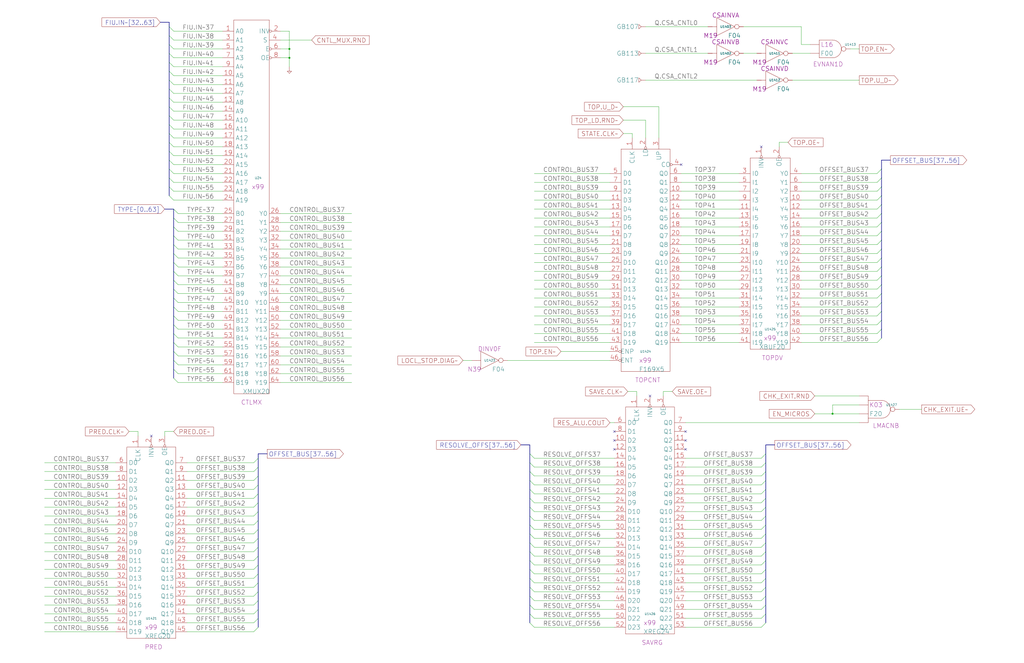
<source format=kicad_sch>
(kicad_sch (version 20230121) (generator eeschema)
  (paper "User" 584.2 378.46)
  (title_block (title "CONTROL MUX") (date "22-MAY-90") (rev "1.0") (comment 1 "SEQUENCER") (comment 2 "232-003064") (comment 3 "S400") (comment 4 "RELEASED"))
  (junction (at 474.98 236.22))
  (junction (at 165.1 33.02))
  (junction (at 165.1 27.94))
  (no_connect (at 388.62 93.98))
  (no_connect (at 370.84 226.06))
  (no_connect (at 391.16 256.54))
  (no_connect (at 391.16 246.38))
  (no_connect (at 434.34 83.82))
  (no_connect (at 391.16 251.46))
  (no_connect (at 86.36 248.92))
  (no_connect (at 350.52 251.46))
  (no_connect (at 350.52 256.54))
  (no_connect (at 350.52 246.38))
  (bus_entry (at 99.06 134.62) (size 2.54 2.54))
  (bus_entry (at 147.32 347.98) (size -2.54 2.54))
  (bus_entry (at 502.92 106.68) (size -2.54 2.54))
  (bus_entry (at 302.26 289.56) (size 2.54 2.54))
  (bus_entry (at 99.06 170.18) (size 2.54 2.54))
  (bus_entry (at 99.06 124.46) (size 2.54 2.54))
  (bus_entry (at 147.32 297.18) (size -2.54 2.54))
  (bus_entry (at 436.88 309.88) (size -2.54 2.54))
  (bus_entry (at 302.26 314.96) (size 2.54 2.54))
  (bus_entry (at 147.32 358.14) (size -2.54 2.54))
  (bus_entry (at 302.26 335.28) (size 2.54 2.54))
  (bus_entry (at 96.52 66.04) (size 2.54 2.54))
  (bus_entry (at 436.88 274.32) (size -2.54 2.54))
  (bus_entry (at 436.88 294.64) (size -2.54 2.54))
  (bus_entry (at 147.32 322.58) (size -2.54 2.54))
  (bus_entry (at 96.52 81.28) (size 2.54 2.54))
  (bus_entry (at 502.92 142.24) (size -2.54 2.54))
  (bus_entry (at 96.52 71.12) (size 2.54 2.54))
  (bus_entry (at 502.92 162.56) (size -2.54 2.54))
  (bus_entry (at 96.52 91.44) (size 2.54 2.54))
  (bus_entry (at 147.32 307.34) (size -2.54 2.54))
  (bus_entry (at 99.06 180.34) (size 2.54 2.54))
  (bus_entry (at 436.88 284.48) (size -2.54 2.54))
  (bus_entry (at 147.32 312.42) (size -2.54 2.54))
  (bus_entry (at 96.52 25.4) (size 2.54 2.54))
  (bus_entry (at 302.26 294.64) (size 2.54 2.54))
  (bus_entry (at 96.52 30.48) (size 2.54 2.54))
  (bus_entry (at 96.52 40.64) (size 2.54 2.54))
  (bus_entry (at 99.06 195.58) (size 2.54 2.54))
  (bus_entry (at 502.92 177.8) (size -2.54 2.54))
  (bus_entry (at 96.52 111.76) (size 2.54 2.54))
  (bus_entry (at 147.32 287.02) (size -2.54 2.54))
  (bus_entry (at 436.88 304.8) (size -2.54 2.54))
  (bus_entry (at 436.88 314.96) (size -2.54 2.54))
  (bus_entry (at 147.32 327.66) (size -2.54 2.54))
  (bus_entry (at 99.06 200.66) (size 2.54 2.54))
  (bus_entry (at 502.92 121.92) (size -2.54 2.54))
  (bus_entry (at 502.92 132.08) (size -2.54 2.54))
  (bus_entry (at 436.88 264.16) (size -2.54 2.54))
  (bus_entry (at 502.92 187.96) (size -2.54 2.54))
  (bus_entry (at 502.92 127) (size -2.54 2.54))
  (bus_entry (at 99.06 175.26) (size 2.54 2.54))
  (bus_entry (at 302.26 279.4) (size 2.54 2.54))
  (bus_entry (at 502.92 147.32) (size -2.54 2.54))
  (bus_entry (at 96.52 15.24) (size 2.54 2.54))
  (bus_entry (at 99.06 160.02) (size 2.54 2.54))
  (bus_entry (at 302.26 350.52) (size 2.54 2.54))
  (bus_entry (at 302.26 284.48) (size 2.54 2.54))
  (bus_entry (at 99.06 129.54) (size 2.54 2.54))
  (bus_entry (at 99.06 139.7) (size 2.54 2.54))
  (bus_entry (at 302.26 259.08) (size 2.54 2.54))
  (bus_entry (at 147.32 302.26) (size -2.54 2.54))
  (bus_entry (at 436.88 279.4) (size -2.54 2.54))
  (bus_entry (at 96.52 50.8) (size 2.54 2.54))
  (bus_entry (at 302.26 330.2) (size 2.54 2.54))
  (bus_entry (at 99.06 205.74) (size 2.54 2.54))
  (bus_entry (at 96.52 60.96) (size 2.54 2.54))
  (bus_entry (at 99.06 149.86) (size 2.54 2.54))
  (bus_entry (at 502.92 152.4) (size -2.54 2.54))
  (bus_entry (at 147.32 292.1) (size -2.54 2.54))
  (bus_entry (at 502.92 167.64) (size -2.54 2.54))
  (bus_entry (at 502.92 157.48) (size -2.54 2.54))
  (bus_entry (at 302.26 320.04) (size 2.54 2.54))
  (bus_entry (at 302.26 264.16) (size 2.54 2.54))
  (bus_entry (at 502.92 116.84) (size -2.54 2.54))
  (bus_entry (at 436.88 345.44) (size -2.54 2.54))
  (bus_entry (at 96.52 76.2) (size 2.54 2.54))
  (bus_entry (at 302.26 309.88) (size 2.54 2.54))
  (bus_entry (at 99.06 210.82) (size 2.54 2.54))
  (bus_entry (at 302.26 304.8) (size 2.54 2.54))
  (bus_entry (at 147.32 261.62) (size -2.54 2.54))
  (bus_entry (at 96.52 45.72) (size 2.54 2.54))
  (bus_entry (at 436.88 330.2) (size -2.54 2.54))
  (bus_entry (at 96.52 86.36) (size 2.54 2.54))
  (bus_entry (at 436.88 320.04) (size -2.54 2.54))
  (bus_entry (at 502.92 111.76) (size -2.54 2.54))
  (bus_entry (at 436.88 259.08) (size -2.54 2.54))
  (bus_entry (at 147.32 281.94) (size -2.54 2.54))
  (bus_entry (at 147.32 266.7) (size -2.54 2.54))
  (bus_entry (at 99.06 215.9) (size 2.54 2.54))
  (bus_entry (at 96.52 101.6) (size 2.54 2.54))
  (bus_entry (at 147.32 276.86) (size -2.54 2.54))
  (bus_entry (at 99.06 165.1) (size 2.54 2.54))
  (bus_entry (at 302.26 325.12) (size 2.54 2.54))
  (bus_entry (at 147.32 271.78) (size -2.54 2.54))
  (bus_entry (at 502.92 101.6) (size -2.54 2.54))
  (bus_entry (at 302.26 269.24) (size 2.54 2.54))
  (bus_entry (at 502.92 137.16) (size -2.54 2.54))
  (bus_entry (at 436.88 350.52) (size -2.54 2.54))
  (bus_entry (at 96.52 96.52) (size 2.54 2.54))
  (bus_entry (at 96.52 55.88) (size 2.54 2.54))
  (bus_entry (at 99.06 144.78) (size 2.54 2.54))
  (bus_entry (at 147.32 332.74) (size -2.54 2.54))
  (bus_entry (at 147.32 337.82) (size -2.54 2.54))
  (bus_entry (at 302.26 340.36) (size 2.54 2.54))
  (bus_entry (at 436.88 269.24) (size -2.54 2.54))
  (bus_entry (at 99.06 190.5) (size 2.54 2.54))
  (bus_entry (at 436.88 340.36) (size -2.54 2.54))
  (bus_entry (at 147.32 317.5) (size -2.54 2.54))
  (bus_entry (at 302.26 299.72) (size 2.54 2.54))
  (bus_entry (at 96.52 20.32) (size 2.54 2.54))
  (bus_entry (at 436.88 289.56) (size -2.54 2.54))
  (bus_entry (at 436.88 325.12) (size -2.54 2.54))
  (bus_entry (at 99.06 185.42) (size 2.54 2.54))
  (bus_entry (at 502.92 193.04) (size -2.54 2.54))
  (bus_entry (at 147.32 342.9) (size -2.54 2.54))
  (bus_entry (at 302.26 355.6) (size 2.54 2.54))
  (bus_entry (at 302.26 345.44) (size 2.54 2.54))
  (bus_entry (at 302.26 274.32) (size 2.54 2.54))
  (bus_entry (at 436.88 299.72) (size -2.54 2.54))
  (bus_entry (at 502.92 182.88) (size -2.54 2.54))
  (bus_entry (at 502.92 172.72) (size -2.54 2.54))
  (bus_entry (at 502.92 96.52) (size -2.54 2.54))
  (bus_entry (at 96.52 106.68) (size 2.54 2.54))
  (bus_entry (at 147.32 353.06) (size -2.54 2.54))
  (bus_entry (at 99.06 154.94) (size 2.54 2.54))
  (bus_entry (at 99.06 119.38) (size 2.54 2.54))
  (bus_entry (at 436.88 355.6) (size -2.54 2.54))
  (bus_entry (at 96.52 35.56) (size 2.54 2.54))
  (bus_entry (at 436.88 335.28) (size -2.54 2.54))
  (wire (pts (xy 304.8 317.5) (xy 350.52 317.5)))
  (wire (pts (xy 304.8 99.06) (xy 347.98 99.06)))
  (wire (pts (xy 304.8 342.9) (xy 350.52 342.9)))
  (bus (pts (xy 302.26 254) (xy 302.26 259.08)))
  (bus (pts (xy 436.88 294.64) (xy 436.88 299.72)))
  (wire (pts (xy 388.62 175.26) (xy 421.64 175.26)))
  (bus (pts (xy 96.52 96.52) (xy 96.52 101.6)))
  (wire (pts (xy 106.68 279.4) (xy 144.78 279.4)))
  (wire (pts (xy 25.4 335.28) (xy 66.04 335.28)))
  (wire (pts (xy 457.2 134.62) (xy 500.38 134.62)))
  (bus (pts (xy 302.26 299.72) (xy 302.26 304.8)))
  (bus (pts (xy 147.32 276.86) (xy 147.32 281.94)))
  (wire (pts (xy 360.68 76.2) (xy 360.68 78.74)))
  (wire (pts (xy 106.68 360.68) (xy 144.78 360.68)))
  (wire (pts (xy 106.68 264.16) (xy 144.78 264.16)))
  (bus (pts (xy 147.32 317.5) (xy 147.32 322.58)))
  (wire (pts (xy 452.12 45.72) (xy 490.22 45.72)))
  (bus (pts (xy 508 91.44) (xy 502.92 91.44)))
  (wire (pts (xy 388.62 114.3) (xy 421.64 114.3)))
  (wire (pts (xy 101.6 147.32) (xy 127 147.32)))
  (wire (pts (xy 200.66 152.4) (xy 160.02 152.4)))
  (bus (pts (xy 502.92 187.96) (xy 502.92 193.04)))
  (wire (pts (xy 304.8 195.58) (xy 347.98 195.58)))
  (bus (pts (xy 502.92 172.72) (xy 502.92 177.8)))
  (wire (pts (xy 200.66 137.16) (xy 160.02 137.16)))
  (wire (pts (xy 304.8 327.66) (xy 350.52 327.66)))
  (wire (pts (xy 101.6 203.2) (xy 127 203.2)))
  (bus (pts (xy 147.32 322.58) (xy 147.32 327.66)))
  (wire (pts (xy 106.68 269.24) (xy 144.78 269.24)))
  (wire (pts (xy 304.8 129.54) (xy 347.98 129.54)))
  (wire (pts (xy 200.66 162.56) (xy 160.02 162.56)))
  (bus (pts (xy 96.52 71.12) (xy 96.52 76.2)))
  (wire (pts (xy 391.16 302.26) (xy 434.34 302.26)))
  (wire (pts (xy 200.66 203.2) (xy 160.02 203.2)))
  (wire (pts (xy 101.6 157.48) (xy 127 157.48)))
  (wire (pts (xy 101.6 162.56) (xy 127 162.56)))
  (wire (pts (xy 25.4 284.48) (xy 66.04 284.48)))
  (wire (pts (xy 25.4 314.96) (xy 66.04 314.96)))
  (bus (pts (xy 96.52 76.2) (xy 96.52 81.28)))
  (wire (pts (xy 464.82 236.22) (xy 474.98 236.22)))
  (wire (pts (xy 101.6 127) (xy 127 127)))
  (wire (pts (xy 388.62 165.1) (xy 421.64 165.1)))
  (bus (pts (xy 502.92 157.48) (xy 502.92 162.56)))
  (bus (pts (xy 99.06 139.7) (xy 99.06 144.78)))
  (bus (pts (xy 147.32 327.66) (xy 147.32 332.74)))
  (bus (pts (xy 302.26 350.52) (xy 302.26 355.6)))
  (wire (pts (xy 101.6 142.24) (xy 127 142.24)))
  (wire (pts (xy 388.62 104.14) (xy 421.64 104.14)))
  (bus (pts (xy 436.88 269.24) (xy 436.88 274.32)))
  (wire (pts (xy 304.8 261.62) (xy 350.52 261.62)))
  (wire (pts (xy 25.4 350.52) (xy 66.04 350.52)))
  (wire (pts (xy 106.68 340.36) (xy 144.78 340.36)))
  (wire (pts (xy 99.06 73.66) (xy 127 73.66)))
  (bus (pts (xy 302.26 294.64) (xy 302.26 299.72)))
  (bus (pts (xy 302.26 264.16) (xy 302.26 269.24)))
  (wire (pts (xy 388.62 99.06) (xy 421.64 99.06)))
  (wire (pts (xy 304.8 180.34) (xy 347.98 180.34)))
  (wire (pts (xy 106.68 304.8) (xy 144.78 304.8)))
  (wire (pts (xy 368.3 68.58) (xy 368.3 78.74)))
  (wire (pts (xy 200.66 142.24) (xy 160.02 142.24)))
  (wire (pts (xy 474.98 231.14) (xy 474.98 236.22)))
  (wire (pts (xy 485.14 27.94) (xy 490.22 27.94)))
  (wire (pts (xy 355.6 60.96) (xy 375.92 60.96)))
  (wire (pts (xy 304.8 287.02) (xy 350.52 287.02)))
  (wire (pts (xy 200.66 172.72) (xy 160.02 172.72)))
  (wire (pts (xy 391.16 281.94) (xy 434.34 281.94)))
  (wire (pts (xy 391.16 271.78) (xy 434.34 271.78)))
  (bus (pts (xy 502.92 162.56) (xy 502.92 167.64)))
  (bus (pts (xy 502.92 111.76) (xy 502.92 116.84)))
  (wire (pts (xy 388.62 149.86) (xy 421.64 149.86)))
  (wire (pts (xy 25.4 320.04) (xy 66.04 320.04)))
  (bus (pts (xy 436.88 284.48) (xy 436.88 289.56)))
  (bus (pts (xy 502.92 142.24) (xy 502.92 147.32)))
  (bus (pts (xy 502.92 116.84) (xy 502.92 121.92)))
  (wire (pts (xy 106.68 289.56) (xy 144.78 289.56)))
  (bus (pts (xy 436.88 274.32) (xy 436.88 279.4)))
  (wire (pts (xy 304.8 134.62) (xy 347.98 134.62)))
  (wire (pts (xy 99.06 246.38) (xy 93.98 246.38)))
  (wire (pts (xy 200.66 208.28) (xy 160.02 208.28)))
  (wire (pts (xy 388.62 119.38) (xy 421.64 119.38)))
  (wire (pts (xy 101.6 182.88) (xy 127 182.88)))
  (wire (pts (xy 457.2 119.38) (xy 500.38 119.38)))
  (wire (pts (xy 200.66 167.64) (xy 160.02 167.64)))
  (bus (pts (xy 147.32 307.34) (xy 147.32 312.42)))
  (wire (pts (xy 101.6 132.08) (xy 127 132.08)))
  (wire (pts (xy 304.8 114.3) (xy 347.98 114.3)))
  (bus (pts (xy 436.88 289.56) (xy 436.88 294.64)))
  (bus (pts (xy 99.06 165.1) (xy 99.06 170.18)))
  (wire (pts (xy 106.68 284.48) (xy 144.78 284.48)))
  (wire (pts (xy 391.16 307.34) (xy 434.34 307.34)))
  (bus (pts (xy 99.06 154.94) (xy 99.06 160.02)))
  (wire (pts (xy 355.6 68.58) (xy 368.3 68.58)))
  (bus (pts (xy 96.52 101.6) (xy 96.52 106.68)))
  (wire (pts (xy 99.06 53.34) (xy 127 53.34)))
  (wire (pts (xy 99.06 68.58) (xy 127 68.58)))
  (wire (pts (xy 99.06 43.18) (xy 127 43.18)))
  (bus (pts (xy 502.92 177.8) (xy 502.92 182.88)))
  (bus (pts (xy 436.88 340.36) (xy 436.88 345.44)))
  (wire (pts (xy 391.16 322.58) (xy 434.34 322.58)))
  (wire (pts (xy 358.14 223.52) (xy 363.22 223.52)))
  (bus (pts (xy 96.52 86.36) (xy 96.52 91.44)))
  (wire (pts (xy 25.4 269.24) (xy 66.04 269.24)))
  (bus (pts (xy 436.88 259.08) (xy 436.88 264.16)))
  (wire (pts (xy 388.62 185.42) (xy 421.64 185.42)))
  (wire (pts (xy 99.06 93.98) (xy 127 93.98)))
  (bus (pts (xy 302.26 284.48) (xy 302.26 289.56)))
  (bus (pts (xy 99.06 144.78) (xy 99.06 149.86)))
  (wire (pts (xy 106.68 335.28) (xy 144.78 335.28)))
  (wire (pts (xy 304.8 124.46) (xy 347.98 124.46)))
  (bus (pts (xy 91.44 12.7) (xy 96.52 12.7)))
  (wire (pts (xy 388.62 144.78) (xy 421.64 144.78)))
  (wire (pts (xy 99.06 38.1) (xy 127 38.1)))
  (wire (pts (xy 457.2 154.94) (xy 500.38 154.94)))
  (bus (pts (xy 436.88 314.96) (xy 436.88 320.04)))
  (wire (pts (xy 304.8 185.42) (xy 347.98 185.42)))
  (wire (pts (xy 101.6 213.36) (xy 127 213.36)))
  (wire (pts (xy 106.68 345.44) (xy 144.78 345.44)))
  (bus (pts (xy 502.92 127) (xy 502.92 132.08)))
  (wire (pts (xy 200.66 147.32) (xy 160.02 147.32)))
  (wire (pts (xy 457.2 165.1) (xy 500.38 165.1)))
  (wire (pts (xy 444.5 81.28) (xy 449.58 81.28)))
  (bus (pts (xy 147.32 302.26) (xy 147.32 307.34)))
  (wire (pts (xy 347.98 241.3) (xy 350.52 241.3)))
  (wire (pts (xy 304.8 266.7) (xy 350.52 266.7)))
  (bus (pts (xy 302.26 274.32) (xy 302.26 279.4)))
  (wire (pts (xy 391.16 276.86) (xy 434.34 276.86)))
  (bus (pts (xy 99.06 160.02) (xy 99.06 165.1)))
  (wire (pts (xy 101.6 152.4) (xy 127 152.4)))
  (wire (pts (xy 391.16 353.06) (xy 434.34 353.06)))
  (bus (pts (xy 93.98 119.38) (xy 99.06 119.38)))
  (bus (pts (xy 436.88 264.16) (xy 436.88 269.24)))
  (wire (pts (xy 457.2 149.86) (xy 500.38 149.86)))
  (bus (pts (xy 302.26 345.44) (xy 302.26 350.52)))
  (bus (pts (xy 99.06 185.42) (xy 99.06 190.5)))
  (bus (pts (xy 96.52 91.44) (xy 96.52 96.52)))
  (wire (pts (xy 25.4 360.68) (xy 66.04 360.68)))
  (bus (pts (xy 99.06 175.26) (xy 99.06 180.34)))
  (wire (pts (xy 106.68 330.2) (xy 144.78 330.2)))
  (wire (pts (xy 289.56 205.74) (xy 347.98 205.74)))
  (wire (pts (xy 391.16 312.42) (xy 434.34 312.42)))
  (wire (pts (xy 391.16 261.62) (xy 434.34 261.62)))
  (wire (pts (xy 457.2 185.42) (xy 500.38 185.42)))
  (wire (pts (xy 99.06 109.22) (xy 127 109.22)))
  (bus (pts (xy 436.88 279.4) (xy 436.88 284.48)))
  (wire (pts (xy 513.08 233.68) (xy 525.78 233.68)))
  (wire (pts (xy 165.1 27.94) (xy 165.1 17.78)))
  (bus (pts (xy 96.52 60.96) (xy 96.52 66.04)))
  (bus (pts (xy 96.52 20.32) (xy 96.52 25.4)))
  (wire (pts (xy 200.66 218.44) (xy 160.02 218.44)))
  (wire (pts (xy 391.16 292.1) (xy 434.34 292.1)))
  (wire (pts (xy 25.4 274.32) (xy 66.04 274.32)))
  (bus (pts (xy 96.52 55.88) (xy 96.52 60.96)))
  (bus (pts (xy 147.32 337.82) (xy 147.32 342.9)))
  (wire (pts (xy 304.8 149.86) (xy 347.98 149.86)))
  (wire (pts (xy 368.3 45.72) (xy 431.8 45.72)))
  (wire (pts (xy 388.62 109.22) (xy 421.64 109.22)))
  (wire (pts (xy 474.98 231.14) (xy 490.22 231.14)))
  (wire (pts (xy 101.6 167.64) (xy 127 167.64)))
  (wire (pts (xy 200.66 198.12) (xy 160.02 198.12)))
  (wire (pts (xy 304.8 160.02) (xy 347.98 160.02)))
  (wire (pts (xy 106.68 355.6) (xy 144.78 355.6)))
  (wire (pts (xy 388.62 154.94) (xy 421.64 154.94)))
  (wire (pts (xy 457.2 160.02) (xy 500.38 160.02)))
  (wire (pts (xy 391.16 266.7) (xy 434.34 266.7)))
  (bus (pts (xy 96.52 50.8) (xy 96.52 55.88)))
  (bus (pts (xy 302.26 320.04) (xy 302.26 325.12)))
  (bus (pts (xy 302.26 279.4) (xy 302.26 284.48)))
  (bus (pts (xy 96.52 66.04) (xy 96.52 71.12)))
  (bus (pts (xy 302.26 259.08) (xy 302.26 264.16)))
  (wire (pts (xy 165.1 33.02) (xy 160.02 33.02)))
  (wire (pts (xy 464.82 226.06) (xy 490.22 226.06)))
  (wire (pts (xy 388.62 124.46) (xy 421.64 124.46)))
  (wire (pts (xy 363.22 223.52) (xy 363.22 226.06)))
  (bus (pts (xy 96.52 25.4) (xy 96.52 30.48)))
  (wire (pts (xy 391.16 327.66) (xy 434.34 327.66)))
  (bus (pts (xy 502.92 147.32) (xy 502.92 152.4)))
  (bus (pts (xy 147.32 259.08) (xy 147.32 261.62)))
  (wire (pts (xy 25.4 355.6) (xy 66.04 355.6)))
  (wire (pts (xy 106.68 274.32) (xy 144.78 274.32)))
  (wire (pts (xy 106.68 294.64) (xy 144.78 294.64)))
  (wire (pts (xy 101.6 193.04) (xy 127 193.04)))
  (wire (pts (xy 25.4 345.44) (xy 66.04 345.44)))
  (bus (pts (xy 436.88 345.44) (xy 436.88 350.52)))
  (wire (pts (xy 304.8 271.78) (xy 350.52 271.78)))
  (wire (pts (xy 106.68 320.04) (xy 144.78 320.04)))
  (wire (pts (xy 304.8 281.94) (xy 350.52 281.94)))
  (bus (pts (xy 147.32 287.02) (xy 147.32 292.1)))
  (bus (pts (xy 147.32 342.9) (xy 147.32 347.98)))
  (bus (pts (xy 147.32 297.18) (xy 147.32 302.26)))
  (wire (pts (xy 25.4 289.56) (xy 66.04 289.56)))
  (wire (pts (xy 106.68 309.88) (xy 144.78 309.88)))
  (wire (pts (xy 99.06 104.14) (xy 127 104.14)))
  (wire (pts (xy 457.2 129.54) (xy 500.38 129.54)))
  (wire (pts (xy 304.8 175.26) (xy 347.98 175.26)))
  (wire (pts (xy 391.16 287.02) (xy 434.34 287.02)))
  (wire (pts (xy 99.06 48.26) (xy 127 48.26)))
  (bus (pts (xy 99.06 124.46) (xy 99.06 129.54)))
  (bus (pts (xy 99.06 134.62) (xy 99.06 139.7)))
  (bus (pts (xy 96.52 35.56) (xy 96.52 40.64)))
  (wire (pts (xy 106.68 325.12) (xy 144.78 325.12)))
  (wire (pts (xy 99.06 58.42) (xy 127 58.42)))
  (wire (pts (xy 304.8 165.1) (xy 347.98 165.1)))
  (wire (pts (xy 388.62 195.58) (xy 421.64 195.58)))
  (bus (pts (xy 96.52 106.68) (xy 96.52 111.76)))
  (wire (pts (xy 388.62 160.02) (xy 421.64 160.02)))
  (bus (pts (xy 147.32 312.42) (xy 147.32 317.5)))
  (wire (pts (xy 200.66 127) (xy 160.02 127)))
  (wire (pts (xy 304.8 302.26) (xy 350.52 302.26)))
  (wire (pts (xy 457.2 170.18) (xy 500.38 170.18)))
  (wire (pts (xy 304.8 307.34) (xy 350.52 307.34)))
  (wire (pts (xy 388.62 170.18) (xy 421.64 170.18)))
  (bus (pts (xy 147.32 353.06) (xy 147.32 358.14)))
  (bus (pts (xy 302.26 330.2) (xy 302.26 335.28)))
  (wire (pts (xy 200.66 182.88) (xy 160.02 182.88)))
  (wire (pts (xy 368.3 30.48) (xy 403.86 30.48)))
  (wire (pts (xy 200.66 213.36) (xy 160.02 213.36)))
  (wire (pts (xy 160.02 22.86) (xy 177.8 22.86)))
  (wire (pts (xy 391.16 297.18) (xy 434.34 297.18)))
  (wire (pts (xy 304.8 276.86) (xy 350.52 276.86)))
  (wire (pts (xy 106.68 350.52) (xy 144.78 350.52)))
  (wire (pts (xy 25.4 330.2) (xy 66.04 330.2)))
  (wire (pts (xy 304.8 353.06) (xy 350.52 353.06)))
  (bus (pts (xy 302.26 314.96) (xy 302.26 320.04)))
  (bus (pts (xy 436.88 309.88) (xy 436.88 314.96)))
  (bus (pts (xy 302.26 304.8) (xy 302.26 309.88)))
  (wire (pts (xy 355.6 76.2) (xy 360.68 76.2)))
  (wire (pts (xy 457.2 195.58) (xy 500.38 195.58)))
  (bus (pts (xy 502.92 152.4) (xy 502.92 157.48)))
  (bus (pts (xy 96.52 12.7) (xy 96.52 15.24)))
  (wire (pts (xy 320.04 200.66) (xy 347.98 200.66)))
  (wire (pts (xy 99.06 27.94) (xy 127 27.94)))
  (bus (pts (xy 502.92 91.44) (xy 502.92 96.52)))
  (wire (pts (xy 264.16 205.74) (xy 269.24 205.74)))
  (wire (pts (xy 101.6 177.8) (xy 127 177.8)))
  (bus (pts (xy 502.92 106.68) (xy 502.92 111.76)))
  (wire (pts (xy 474.98 236.22) (xy 490.22 236.22)))
  (bus (pts (xy 302.26 289.56) (xy 302.26 294.64)))
  (wire (pts (xy 25.4 279.4) (xy 66.04 279.4)))
  (wire (pts (xy 457.2 109.22) (xy 500.38 109.22)))
  (wire (pts (xy 457.2 139.7) (xy 500.38 139.7)))
  (wire (pts (xy 388.62 190.5) (xy 421.64 190.5)))
  (wire (pts (xy 304.8 170.18) (xy 347.98 170.18)))
  (wire (pts (xy 165.1 33.02) (xy 165.1 27.94)))
  (bus (pts (xy 502.92 132.08) (xy 502.92 137.16)))
  (bus (pts (xy 99.06 170.18) (xy 99.06 175.26)))
  (wire (pts (xy 200.66 132.08) (xy 160.02 132.08)))
  (wire (pts (xy 99.06 78.74) (xy 127 78.74)))
  (wire (pts (xy 304.8 139.7) (xy 347.98 139.7)))
  (wire (pts (xy 304.8 109.22) (xy 347.98 109.22)))
  (wire (pts (xy 25.4 340.36) (xy 66.04 340.36)))
  (bus (pts (xy 96.52 45.72) (xy 96.52 50.8)))
  (wire (pts (xy 304.8 297.18) (xy 350.52 297.18)))
  (wire (pts (xy 101.6 187.96) (xy 127 187.96)))
  (wire (pts (xy 99.06 83.82) (xy 127 83.82)))
  (wire (pts (xy 457.2 25.4) (xy 462.28 25.4)))
  (bus (pts (xy 99.06 129.54) (xy 99.06 134.62)))
  (wire (pts (xy 73.66 246.38) (xy 78.74 246.38)))
  (wire (pts (xy 99.06 114.3) (xy 127 114.3)))
  (bus (pts (xy 502.92 137.16) (xy 502.92 142.24)))
  (wire (pts (xy 304.8 119.38) (xy 347.98 119.38)))
  (wire (pts (xy 99.06 63.5) (xy 127 63.5)))
  (wire (pts (xy 391.16 342.9) (xy 434.34 342.9)))
  (wire (pts (xy 388.62 129.54) (xy 421.64 129.54)))
  (wire (pts (xy 200.66 193.04) (xy 160.02 193.04)))
  (wire (pts (xy 25.4 299.72) (xy 66.04 299.72)))
  (wire (pts (xy 452.12 30.48) (xy 462.28 30.48)))
  (wire (pts (xy 457.2 144.78) (xy 500.38 144.78)))
  (wire (pts (xy 304.8 292.1) (xy 350.52 292.1)))
  (bus (pts (xy 436.88 254) (xy 436.88 259.08)))
  (wire (pts (xy 424.18 30.48) (xy 431.8 30.48)))
  (bus (pts (xy 99.06 149.86) (xy 99.06 154.94)))
  (bus (pts (xy 297.18 254) (xy 302.26 254)))
  (bus (pts (xy 99.06 180.34) (xy 99.06 185.42)))
  (bus (pts (xy 436.88 304.8) (xy 436.88 309.88)))
  (bus (pts (xy 436.88 350.52) (xy 436.88 355.6)))
  (wire (pts (xy 304.8 332.74) (xy 350.52 332.74)))
  (bus (pts (xy 302.26 340.36) (xy 302.26 345.44)))
  (wire (pts (xy 78.74 246.38) (xy 78.74 248.92)))
  (bus (pts (xy 96.52 15.24) (xy 96.52 20.32)))
  (bus (pts (xy 152.4 259.08) (xy 147.32 259.08)))
  (wire (pts (xy 457.2 15.24) (xy 457.2 25.4)))
  (wire (pts (xy 99.06 22.86) (xy 127 22.86)))
  (wire (pts (xy 25.4 325.12) (xy 66.04 325.12)))
  (bus (pts (xy 147.32 261.62) (xy 147.32 266.7)))
  (bus (pts (xy 502.92 182.88) (xy 502.92 187.96)))
  (wire (pts (xy 391.16 337.82) (xy 434.34 337.82)))
  (wire (pts (xy 101.6 121.92) (xy 127 121.92)))
  (bus (pts (xy 436.88 330.2) (xy 436.88 335.28)))
  (bus (pts (xy 96.52 30.48) (xy 96.52 35.56)))
  (wire (pts (xy 200.66 121.92) (xy 160.02 121.92)))
  (wire (pts (xy 200.66 177.8) (xy 160.02 177.8)))
  (wire (pts (xy 165.1 27.94) (xy 160.02 27.94)))
  (wire (pts (xy 304.8 144.78) (xy 347.98 144.78)))
  (wire (pts (xy 444.5 81.28) (xy 444.5 83.82)))
  (wire (pts (xy 304.8 154.94) (xy 347.98 154.94)))
  (wire (pts (xy 200.66 157.48) (xy 160.02 157.48)))
  (bus (pts (xy 96.52 81.28) (xy 96.52 86.36)))
  (wire (pts (xy 101.6 137.16) (xy 127 137.16)))
  (wire (pts (xy 388.62 139.7) (xy 421.64 139.7)))
  (bus (pts (xy 502.92 96.52) (xy 502.92 101.6)))
  (wire (pts (xy 101.6 218.44) (xy 127 218.44)))
  (wire (pts (xy 368.3 15.24) (xy 403.86 15.24)))
  (wire (pts (xy 25.4 304.8) (xy 66.04 304.8)))
  (wire (pts (xy 457.2 180.34) (xy 500.38 180.34)))
  (wire (pts (xy 391.16 332.74) (xy 434.34 332.74)))
  (wire (pts (xy 391.16 347.98) (xy 434.34 347.98)))
  (bus (pts (xy 99.06 195.58) (xy 99.06 200.66)))
  (wire (pts (xy 457.2 104.14) (xy 500.38 104.14)))
  (wire (pts (xy 101.6 172.72) (xy 127 172.72)))
  (bus (pts (xy 147.32 347.98) (xy 147.32 353.06)))
  (wire (pts (xy 391.16 241.3) (xy 490.22 241.3)))
  (bus (pts (xy 147.32 271.78) (xy 147.32 276.86)))
  (bus (pts (xy 99.06 200.66) (xy 99.06 205.74)))
  (bus (pts (xy 302.26 309.88) (xy 302.26 314.96)))
  (wire (pts (xy 391.16 358.14) (xy 434.34 358.14)))
  (wire (pts (xy 304.8 337.82) (xy 350.52 337.82)))
  (wire (pts (xy 457.2 190.5) (xy 500.38 190.5)))
  (wire (pts (xy 457.2 114.3) (xy 500.38 114.3)))
  (bus (pts (xy 436.88 320.04) (xy 436.88 325.12)))
  (bus (pts (xy 147.32 281.94) (xy 147.32 287.02)))
  (wire (pts (xy 101.6 198.12) (xy 127 198.12)))
  (bus (pts (xy 436.88 335.28) (xy 436.88 340.36)))
  (wire (pts (xy 25.4 294.64) (xy 66.04 294.64)))
  (wire (pts (xy 424.18 15.24) (xy 457.2 15.24)))
  (wire (pts (xy 391.16 317.5) (xy 434.34 317.5)))
  (wire (pts (xy 25.4 309.88) (xy 66.04 309.88)))
  (wire (pts (xy 99.06 99.06) (xy 127 99.06)))
  (wire (pts (xy 165.1 38.1) (xy 165.1 33.02)))
  (bus (pts (xy 302.26 269.24) (xy 302.26 274.32)))
  (bus (pts (xy 441.96 254) (xy 436.88 254)))
  (bus (pts (xy 147.32 332.74) (xy 147.32 337.82)))
  (wire (pts (xy 101.6 208.28) (xy 127 208.28)))
  (bus (pts (xy 502.92 121.92) (xy 502.92 127)))
  (wire (pts (xy 99.06 33.02) (xy 127 33.02)))
  (wire (pts (xy 388.62 134.62) (xy 421.64 134.62)))
  (wire (pts (xy 99.06 17.78) (xy 127 17.78)))
  (wire (pts (xy 304.8 190.5) (xy 347.98 190.5)))
  (wire (pts (xy 99.06 88.9) (xy 127 88.9)))
  (wire (pts (xy 304.8 322.58) (xy 350.52 322.58)))
  (bus (pts (xy 147.32 292.1) (xy 147.32 297.18)))
  (wire (pts (xy 200.66 187.96) (xy 160.02 187.96)))
  (wire (pts (xy 457.2 175.26) (xy 500.38 175.26)))
  (bus (pts (xy 96.52 40.64) (xy 96.52 45.72)))
  (bus (pts (xy 99.06 205.74) (xy 99.06 210.82)))
  (wire (pts (xy 106.68 299.72) (xy 144.78 299.72)))
  (wire (pts (xy 304.8 358.14) (xy 350.52 358.14)))
  (wire (pts (xy 378.46 223.52) (xy 378.46 226.06)))
  (bus (pts (xy 99.06 190.5) (xy 99.06 195.58)))
  (wire (pts (xy 165.1 17.78) (xy 160.02 17.78)))
  (wire (pts (xy 457.2 124.46) (xy 500.38 124.46)))
  (bus (pts (xy 99.06 210.82) (xy 99.06 215.9)))
  (wire (pts (xy 304.8 104.14) (xy 347.98 104.14)))
  (wire (pts (xy 375.92 60.96) (xy 375.92 78.74)))
  (wire (pts (xy 93.98 246.38) (xy 93.98 248.92)))
  (wire (pts (xy 304.8 312.42) (xy 350.52 312.42)))
  (bus (pts (xy 302.26 325.12) (xy 302.26 330.2)))
  (bus (pts (xy 502.92 101.6) (xy 502.92 106.68)))
  (bus (pts (xy 99.06 119.38) (xy 99.06 124.46)))
  (wire (pts (xy 304.8 347.98) (xy 350.52 347.98)))
  (bus (pts (xy 147.32 266.7) (xy 147.32 271.78)))
  (bus (pts (xy 436.88 325.12) (xy 436.88 330.2)))
  (bus (pts (xy 502.92 167.64) (xy 502.92 172.72)))
  (bus (pts (xy 436.88 299.72) (xy 436.88 304.8)))
  (bus (pts (xy 302.26 335.28) (xy 302.26 340.36)))
  (wire (pts (xy 457.2 99.06) (xy 500.38 99.06)))
  (wire (pts (xy 106.68 314.96) (xy 144.78 314.96)))
  (wire (pts (xy 25.4 264.16) (xy 66.04 264.16)))
  (wire (pts (xy 383.54 223.52) (xy 378.46 223.52)))
  (wire (pts (xy 388.62 180.34) (xy 421.64 180.34)))
  (label "FIU.IN~39" (at 104.14 27.94 0) (effects (font (size 2.54 2.54))))
  (label "FIU.IN~46" (at 104.14 63.5 0) (effects (font (size 2.54 2.54))))
  (label "FIU.IN~40" (at 104.14 33.02 0) (effects (font (size 2.54 2.54))))
  (label "OFFSET_BUS47" (at 111.76 314.96 0) (effects (font (size 2.54 2.54))))
  (label "CONTROL_BUS53" (at 309.88 180.34 0) (effects (font (size 2.54 2.54))))
  (label "RESOLVE_OFFS44" (at 309.88 297.18 0) (effects (font (size 2.54 2.54))))
  (label "CONTROL_BUS46" (at 30.48 309.88 0) (effects (font (size 2.54 2.54))))
  (label "OFFSET_BUS50" (at 111.76 330.2 0) (effects (font (size 2.54 2.54))))
  (label "CONTROL_BUS45" (at 309.88 139.7 0) (effects (font (size 2.54 2.54))))
  (label "OFFSET_BUS44" (at 467.36 134.62 0) (effects (font (size 2.54 2.54))))
  (label "CONTROL_BUS37" (at 30.48 264.16 0) (effects (font (size 2.54 2.54))))
  (label "CONTROL_BUS41" (at 30.48 284.48 0) (effects (font (size 2.54 2.54))))
  (label "TYPE~39" (at 106.68 132.08 0) (effects (font (size 2.54 2.54))))
  (label "OFFSET_BUS48" (at 111.76 320.04 0) (effects (font (size 2.54 2.54))))
  (label "CONTROL_BUS44" (at 30.48 299.72 0) (effects (font (size 2.54 2.54))))
  (label "CONTROL_BUS40" (at 165.1 137.16 0) (effects (font (size 2.54 2.54))))
  (label "OFFSET_BUS42" (at 111.76 289.56 0) (effects (font (size 2.54 2.54))))
  (label "Q.CSA_CNTL1" (at 373.38 30.48 0) (effects (font (size 2.54 2.54))))
  (label "OFFSET_BUS37" (at 111.76 264.16 0) (effects (font (size 2.54 2.54))))
  (label "CONTROL_BUS51" (at 309.88 170.18 0) (effects (font (size 2.54 2.54))))
  (label "CONTROL_BUS53" (at 165.1 203.2 0) (effects (font (size 2.54 2.54))))
  (label "RESOLVE_OFFS41" (at 309.88 281.94 0) (effects (font (size 2.54 2.54))))
  (label "TYPE~38" (at 106.68 127 0) (effects (font (size 2.54 2.54))))
  (label "OFFSET_BUS38" (at 111.76 269.24 0) (effects (font (size 2.54 2.54))))
  (label "OFFSET_BUS46" (at 401.32 307.34 0) (effects (font (size 2.54 2.54))))
  (label "CONTROL_BUS45" (at 165.1 162.56 0) (effects (font (size 2.54 2.54))))
  (label "OFFSET_BUS49" (at 111.76 325.12 0) (effects (font (size 2.54 2.54))))
  (label "TYPE~48" (at 106.68 177.8 0) (effects (font (size 2.54 2.54))))
  (label "CONTROL_BUS54" (at 165.1 208.28 0) (effects (font (size 2.54 2.54))))
  (label "OFFSET_BUS49" (at 401.32 322.58 0) (effects (font (size 2.54 2.54))))
  (label "OFFSET_BUS56" (at 467.36 195.58 0) (effects (font (size 2.54 2.54))))
  (label "TOP43" (at 396.24 129.54 0) (effects (font (size 2.54 2.54))))
  (label "CONTROL_BUS55" (at 30.48 355.6 0) (effects (font (size 2.54 2.54))))
  (label "TOP41" (at 396.24 119.38 0) (effects (font (size 2.54 2.54))))
  (label "OFFSET_BUS47" (at 401.32 312.42 0) (effects (font (size 2.54 2.54))))
  (label "CONTROL_BUS48" (at 30.48 320.04 0) (effects (font (size 2.54 2.54))))
  (label "RESOLVE_OFFS39" (at 309.88 271.78 0) (effects (font (size 2.54 2.54))))
  (label "CONTROL_BUS48" (at 165.1 177.8 0) (effects (font (size 2.54 2.54))))
  (label "OFFSET_BUS50" (at 467.36 165.1 0) (effects (font (size 2.54 2.54))))
  (label "CONTROL_BUS51" (at 165.1 193.04 0) (effects (font (size 2.54 2.54))))
  (label "CONTROL_BUS49" (at 30.48 325.12 0) (effects (font (size 2.54 2.54))))
  (label "OFFSET_BUS43" (at 401.32 292.1 0) (effects (font (size 2.54 2.54))))
  (label "CONTROL_BUS49" (at 309.88 160.02 0) (effects (font (size 2.54 2.54))))
  (label "TOP38" (at 396.24 104.14 0) (effects (font (size 2.54 2.54))))
  (label "CONTROL_BUS41" (at 165.1 142.24 0) (effects (font (size 2.54 2.54))))
  (label "OFFSET_BUS45" (at 467.36 139.7 0) (effects (font (size 2.54 2.54))))
  (label "FIU.IN~49" (at 104.14 78.74 0) (effects (font (size 2.54 2.54))))
  (label "RESOLVE_OFFS42" (at 309.88 287.02 0) (effects (font (size 2.54 2.54))))
  (label "TYPE~45" (at 106.68 162.56 0) (effects (font (size 2.54 2.54))))
  (label "OFFSET_BUS49" (at 467.36 160.02 0) (effects (font (size 2.54 2.54))))
  (label "OFFSET_BUS52" (at 467.36 175.26 0) (effects (font (size 2.54 2.54))))
  (label "OFFSET_BUS51" (at 111.76 335.28 0) (effects (font (size 2.54 2.54))))
  (label "CONTROL_BUS47" (at 30.48 314.96 0) (effects (font (size 2.54 2.54))))
  (label "OFFSET_BUS41" (at 401.32 281.94 0) (effects (font (size 2.54 2.54))))
  (label "OFFSET_BUS43" (at 467.36 129.54 0) (effects (font (size 2.54 2.54))))
  (label "CONTROL_BUS38" (at 309.88 104.14 0) (effects (font (size 2.54 2.54))))
  (label "CONTROL_BUS47" (at 165.1 172.72 0) (effects (font (size 2.54 2.54))))
  (label "TYPE~42" (at 106.68 147.32 0) (effects (font (size 2.54 2.54))))
  (label "FIU.IN~37" (at 104.14 17.78 0) (effects (font (size 2.54 2.54))))
  (label "CONTROL_BUS40" (at 30.48 279.4 0) (effects (font (size 2.54 2.54))))
  (label "CONTROL_BUS56" (at 165.1 218.44 0) (effects (font (size 2.54 2.54))))
  (label "CONTROL_BUS54" (at 309.88 185.42 0) (effects (font (size 2.54 2.54))))
  (label "TOP37" (at 396.24 99.06 0) (effects (font (size 2.54 2.54))))
  (label "CONTROL_BUS55" (at 165.1 213.36 0) (effects (font (size 2.54 2.54))))
  (label "CONTROL_BUS41" (at 309.88 119.38 0) (effects (font (size 2.54 2.54))))
  (label "CONTROL_BUS40" (at 309.88 114.3 0) (effects (font (size 2.54 2.54))))
  (label "OFFSET_BUS48" (at 467.36 154.94 0) (effects (font (size 2.54 2.54))))
  (label "TOP52" (at 396.24 175.26 0) (effects (font (size 2.54 2.54))))
  (label "FIU.IN~43" (at 104.14 48.26 0) (effects (font (size 2.54 2.54))))
  (label "OFFSET_BUS51" (at 401.32 332.74 0) (effects (font (size 2.54 2.54))))
  (label "OFFSET_BUS44" (at 401.32 297.18 0) (effects (font (size 2.54 2.54))))
  (label "OFFSET_BUS56" (at 401.32 358.14 0) (effects (font (size 2.54 2.54))))
  (label "OFFSET_BUS45" (at 111.76 304.8 0) (effects (font (size 2.54 2.54))))
  (label "TYPE~53" (at 106.68 203.2 0) (effects (font (size 2.54 2.54))))
  (label "TYPE~46" (at 106.68 167.64 0) (effects (font (size 2.54 2.54))))
  (label "CONTROL_BUS43" (at 309.88 129.54 0) (effects (font (size 2.54 2.54))))
  (label "TYPE~50" (at 106.68 187.96 0) (effects (font (size 2.54 2.54))))
  (label "CONTROL_BUS37" (at 165.1 121.92 0) (effects (font (size 2.54 2.54))))
  (label "TYPE~37" (at 106.68 121.92 0) (effects (font (size 2.54 2.54))))
  (label "OFFSET_BUS55" (at 401.32 353.06 0) (effects (font (size 2.54 2.54))))
  (label "CONTROL_BUS42" (at 30.48 289.56 0) (effects (font (size 2.54 2.54))))
  (label "FIU.IN~54" (at 104.14 104.14 0) (effects (font (size 2.54 2.54))))
  (label "FIU.IN~38" (at 104.14 22.86 0) (effects (font (size 2.54 2.54))))
  (label "OFFSET_BUS53" (at 467.36 180.34 0) (effects (font (size 2.54 2.54))))
  (label "FIU.IN~48" (at 104.14 73.66 0) (effects (font (size 2.54 2.54))))
  (label "OFFSET_BUS50" (at 401.32 327.66 0) (effects (font (size 2.54 2.54))))
  (label "TYPE~49" (at 106.68 182.88 0) (effects (font (size 2.54 2.54))))
  (label "TOP50" (at 396.24 165.1 0) (effects (font (size 2.54 2.54))))
  (label "CONTROL_BUS43" (at 30.48 294.64 0) (effects (font (size 2.54 2.54))))
  (label "RESOLVE_OFFS45" (at 309.88 302.26 0) (effects (font (size 2.54 2.54))))
  (label "FIU.IN~53" (at 104.14 99.06 0) (effects (font (size 2.54 2.54))))
  (label "TYPE~41" (at 106.68 142.24 0) (effects (font (size 2.54 2.54))))
  (label "RESOLVE_OFFS54" (at 309.88 347.98 0) (effects (font (size 2.54 2.54))))
  (label "RESOLVE_OFFS49" (at 309.88 322.58 0) (effects (font (size 2.54 2.54))))
  (label "RESOLVE_OFFS38" (at 309.88 266.7 0) (effects (font (size 2.54 2.54))))
  (label "RESOLVE_OFFS55" (at 309.88 353.06 0) (effects (font (size 2.54 2.54))))
  (label "RESOLVE_OFFS56" (at 309.88 358.14 0) (effects (font (size 2.54 2.54))))
  (label "OFFSET_BUS48" (at 401.32 317.5 0) (effects (font (size 2.54 2.54))))
  (label "OFFSET_BUS40" (at 401.32 276.86 0) (effects (font (size 2.54 2.54))))
  (label "TOP45" (at 396.24 139.7 0) (effects (font (size 2.54 2.54))))
  (label "FIU.IN~52" (at 104.14 93.98 0) (effects (font (size 2.54 2.54))))
  (label "OFFSET_BUS54" (at 401.32 347.98 0) (effects (font (size 2.54 2.54))))
  (label "CONTROL_BUS48" (at 309.88 154.94 0) (effects (font (size 2.54 2.54))))
  (label "RESOLVE_OFFS37" (at 309.88 261.62 0) (effects (font (size 2.54 2.54))))
  (label "OFFSET_BUS46" (at 111.76 309.88 0) (effects (font (size 2.54 2.54))))
  (label "OFFSET_BUS38" (at 467.36 104.14 0) (effects (font (size 2.54 2.54))))
  (label "OFFSET_BUS52" (at 111.76 340.36 0) (effects (font (size 2.54 2.54))))
  (label "OFFSET_BUS55" (at 467.36 190.5 0) (effects (font (size 2.54 2.54))))
  (label "TYPE~43" (at 106.68 152.4 0) (effects (font (size 2.54 2.54))))
  (label "CONTROL_BUS50" (at 165.1 187.96 0) (effects (font (size 2.54 2.54))))
  (label "OFFSET_BUS55" (at 111.76 355.6 0) (effects (font (size 2.54 2.54))))
  (label "RESOLVE_OFFS53" (at 309.88 342.9 0) (effects (font (size 2.54 2.54))))
  (label "FIU.IN~41" (at 104.14 38.1 0) (effects (font (size 2.54 2.54))))
  (label "TYPE~55" (at 106.68 213.36 0) (effects (font (size 2.54 2.54))))
  (label "FIU.IN~51" (at 104.14 88.9 0) (effects (font (size 2.54 2.54))))
  (label "CONTROL_BUS45" (at 30.48 304.8 0) (effects (font (size 2.54 2.54))))
  (label "OFFSET_BUS54" (at 467.36 185.42 0) (effects (font (size 2.54 2.54))))
  (label "OFFSET_BUS56" (at 111.76 360.68 0) (effects (font (size 2.54 2.54))))
  (label "RESOLVE_OFFS46" (at 309.88 307.34 0) (effects (font (size 2.54 2.54))))
  (label "CONTROL_BUS52" (at 309.88 175.26 0) (effects (font (size 2.54 2.54))))
  (label "OFFSET_BUS46" (at 467.36 144.78 0) (effects (font (size 2.54 2.54))))
  (label "CONTROL_BUS39" (at 309.88 109.22 0) (effects (font (size 2.54 2.54))))
  (label "TOP42" (at 396.24 124.46 0) (effects (font (size 2.54 2.54))))
  (label "CONTROL_BUS46" (at 165.1 167.64 0) (effects (font (size 2.54 2.54))))
  (label "CONTROL_BUS52" (at 30.48 340.36 0) (effects (font (size 2.54 2.54))))
  (label "OFFSET_BUS41" (at 111.76 284.48 0) (effects (font (size 2.54 2.54))))
  (label "FIU.IN~50" (at 104.14 83.82 0) (effects (font (size 2.54 2.54))))
  (label "TOP46" (at 396.24 144.78 0) (effects (font (size 2.54 2.54))))
  (label "CONTROL_BUS42" (at 309.88 124.46 0) (effects (font (size 2.54 2.54))))
  (label "CONTROL_BUS54" (at 30.48 350.52 0) (effects (font (size 2.54 2.54))))
  (label "TOP54" (at 396.24 185.42 0) (effects (font (size 2.54 2.54))))
  (label "CONTROL_BUS47" (at 309.88 149.86 0) (effects (font (size 2.54 2.54))))
  (label "OFFSET_BUS39" (at 467.36 109.22 0) (effects (font (size 2.54 2.54))))
  (label "TYPE~47" (at 106.68 172.72 0) (effects (font (size 2.54 2.54))))
  (label "CONTROL_BUS39" (at 30.48 274.32 0) (effects (font (size 2.54 2.54))))
  (label "CONTROL_BUS42" (at 165.1 147.32 0) (effects (font (size 2.54 2.54))))
  (label "CONTROL_BUS38" (at 165.1 127 0) (effects (font (size 2.54 2.54))))
  (label "Q.CSA_CNTL0" (at 373.38 15.24 0) (effects (font (size 2.54 2.54))))
  (label "RESOLVE_OFFS48" (at 309.88 317.5 0) (effects (font (size 2.54 2.54))))
  (label "Q.CSA_CNTL2" (at 373.38 45.72 0) (effects (font (size 2.54 2.54))))
  (label "CONTROL_BUS52" (at 165.1 198.12 0) (effects (font (size 2.54 2.54))))
  (label "CONTROL_BUS43" (at 165.1 152.4 0) (effects (font (size 2.54 2.54))))
  (label "RESOLVE_OFFS52" (at 309.88 337.82 0) (effects (font (size 2.54 2.54))))
  (label "OFFSET_BUS41" (at 467.36 119.38 0) (effects (font (size 2.54 2.54))))
  (label "CONTROL_BUS44" (at 165.1 157.48 0) (effects (font (size 2.54 2.54))))
  (label "OFFSET_BUS47" (at 467.36 149.86 0) (effects (font (size 2.54 2.54))))
  (label "CONTROL_BUS53" (at 30.48 345.44 0) (effects (font (size 2.54 2.54))))
  (label "OFFSET_BUS43" (at 111.76 294.64 0) (effects (font (size 2.54 2.54))))
  (label "TYPE~52" (at 106.68 198.12 0) (effects (font (size 2.54 2.54))))
  (label "RESOLVE_OFFS47" (at 309.88 312.42 0) (effects (font (size 2.54 2.54))))
  (label "OFFSET_BUS40" (at 111.76 279.4 0) (effects (font (size 2.54 2.54))))
  (label "TOP56" (at 396.24 195.58 0) (effects (font (size 2.54 2.54))))
  (label "CONTROL_BUS51" (at 30.48 335.28 0) (effects (font (size 2.54 2.54))))
  (label "FIU.IN~47" (at 104.14 68.58 0) (effects (font (size 2.54 2.54))))
  (label "OFFSET_BUS39" (at 401.32 271.78 0) (effects (font (size 2.54 2.54))))
  (label "CONTROL_BUS38" (at 30.48 269.24 0) (effects (font (size 2.54 2.54))))
  (label "OFFSET_BUS42" (at 467.36 124.46 0) (effects (font (size 2.54 2.54))))
  (label "TOP51" (at 396.24 170.18 0) (effects (font (size 2.54 2.54))))
  (label "OFFSET_BUS39" (at 111.76 274.32 0) (effects (font (size 2.54 2.54))))
  (label "OFFSET_BUS38" (at 401.32 266.7 0) (effects (font (size 2.54 2.54))))
  (label "OFFSET_BUS42" (at 401.32 287.02 0) (effects (font (size 2.54 2.54))))
  (label "FIU.IN~42" (at 104.14 43.18 0) (effects (font (size 2.54 2.54))))
  (label "TYPE~51" (at 106.68 193.04 0) (effects (font (size 2.54 2.54))))
  (label "TOP44" (at 396.24 134.62 0) (effects (font (size 2.54 2.54))))
  (label "RESOLVE_OFFS43" (at 309.88 292.1 0) (effects (font (size 2.54 2.54))))
  (label "TYPE~54" (at 106.68 208.28 0) (effects (font (size 2.54 2.54))))
  (label "CONTROL_BUS37" (at 309.88 99.06 0) (effects (font (size 2.54 2.54))))
  (label "FIU.IN~56" (at 104.14 114.3 0) (effects (font (size 2.54 2.54))))
  (label "FIU.IN~45" (at 104.14 58.42 0) (effects (font (size 2.54 2.54))))
  (label "OFFSET_BUS37" (at 467.36 99.06 0) (effects (font (size 2.54 2.54))))
  (label "TOP53" (at 396.24 180.34 0) (effects (font (size 2.54 2.54))))
  (label "CONTROL_BUS50" (at 309.88 165.1 0) (effects (font (size 2.54 2.54))))
  (label "TOP55" (at 396.24 190.5 0) (effects (font (size 2.54 2.54))))
  (label "OFFSET_BUS44" (at 111.76 299.72 0) (effects (font (size 2.54 2.54))))
  (label "TOP48" (at 396.24 154.94 0) (effects (font (size 2.54 2.54))))
  (label "OFFSET_BUS37" (at 401.32 261.62 0) (effects (font (size 2.54 2.54))))
  (label "CONTROL_BUS56" (at 30.48 360.68 0) (effects (font (size 2.54 2.54))))
  (label "TOP40" (at 396.24 114.3 0) (effects (font (size 2.54 2.54))))
  (label "TOP39" (at 396.24 109.22 0) (effects (font (size 2.54 2.54))))
  (label "CONTROL_BUS50" (at 30.48 330.2 0) (effects (font (size 2.54 2.54))))
  (label "CONTROL_BUS46" (at 309.88 144.78 0) (effects (font (size 2.54 2.54))))
  (label "RESOLVE_OFFS51" (at 309.88 332.74 0) (effects (font (size 2.54 2.54))))
  (label "FIU.IN~44" (at 104.14 53.34 0) (effects (font (size 2.54 2.54))))
  (label "OFFSET_BUS40" (at 467.36 114.3 0) (effects (font (size 2.54 2.54))))
  (label "RESOLVE_OFFS40" (at 309.88 276.86 0) (effects (font (size 2.54 2.54))))
  (label "TYPE~44" (at 106.68 157.48 0) (effects (font (size 2.54 2.54))))
  (label "OFFSET_BUS52" (at 401.32 337.82 0) (effects (font (size 2.54 2.54))))
  (label "TOP47" (at 396.24 149.86 0) (effects (font (size 2.54 2.54))))
  (label "OFFSET_BUS53" (at 401.32 342.9 0) (effects (font (size 2.54 2.54))))
  (label "OFFSET_BUS45" (at 401.32 302.26 0) (effects (font (size 2.54 2.54))))
  (label "TOP49" (at 396.24 160.02 0) (effects (font (size 2.54 2.54))))
  (label "OFFSET_BUS53" (at 111.76 345.44 0) (effects (font (size 2.54 2.54))))
  (label "CONTROL_BUS39" (at 165.1 132.08 0) (effects (font (size 2.54 2.54))))
  (label "CONTROL_BUS44" (at 309.88 134.62 0) (effects (font (size 2.54 2.54))))
  (label "TYPE~56" (at 106.68 218.44 0) (effects (font (size 2.54 2.54))))
  (label "FIU.IN~55" (at 104.14 109.22 0) (effects (font (size 2.54 2.54))))
  (label "CONTROL_BUS55" (at 309.88 190.5 0) (effects (font (size 2.54 2.54))))
  (label "CONTROL_BUS56" (at 309.88 195.58 0) (effects (font (size 2.54 2.54))))
  (label "CONTROL_BUS49" (at 165.1 182.88 0) (effects (font (size 2.54 2.54))))
  (label "RESOLVE_OFFS50" (at 309.88 327.66 0) (effects (font (size 2.54 2.54))))
  (label "OFFSET_BUS51" (at 467.36 170.18 0) (effects (font (size 2.54 2.54))))
  (label "TYPE~40" (at 106.68 137.16 0) (effects (font (size 2.54 2.54))))
  (label "OFFSET_BUS54" (at 111.76 350.52 0) (effects (font (size 2.54 2.54))))
  (global_label "TOP.OE~" (shape input) (at 449.58 81.28 0) (effects (font (size 2.54 2.54))) (property "Intersheetrefs" "${INTERSHEET_REFS}" (at 469.525 81.1213 0) (effects (font (size 1.905 1.905)) (justify left))))
  (global_label "LOCL_STOP.DIAG~" (shape input) (at 264.16 205.74 180) (effects (font (size 2.54 2.54))) (property "Intersheetrefs" "${INTERSHEET_REFS}" (at 227.0397 205.5813 0) (effects (font (size 1.905 1.905)) (justify right))))
  (global_label "FIU.IN~[32..63]" (shape input) (at 91.44 12.7 180) (effects (font (size 2.54 2.54))) (property "Intersheetrefs" "${INTERSHEET_REFS}" (at 57.3331 12.7 0) (effects (font (size 1.905 1.905)) (justify right))))
  (global_label "SAVE.OE~" (shape input) (at 383.54 223.52 0) (effects (font (size 2.54 2.54))) (property "Intersheetrefs" "${INTERSHEET_REFS}" (at 405.4203 223.3613 0) (effects (font (size 1.905 1.905)) (justify left))))
  (global_label "RES_ALU.COUT" (shape input) (at 347.98 241.3 180) (effects (font (size 2.54 2.54))) (property "Intersheetrefs" "${INTERSHEET_REFS}" (at 316.0607 241.1413 0) (effects (font (size 1.905 1.905)) (justify right))))
  (global_label "CHK_EXIT.UE~" (shape output) (at 525.78 233.68 0) (effects (font (size 2.54 2.54))) (property "Intersheetrefs" "${INTERSHEET_REFS}" (at 556.127 233.5213 0) (effects (font (size 1.905 1.905)) (justify left))))
  (global_label "OFFSET_BUS[37..56]" (shape output) (at 441.96 254 0) (effects (font (size 2.54 2.54))) (property "Intersheetrefs" "${INTERSHEET_REFS}" (at 485.4908 253.8413 0) (effects (font (size 1.905 1.905)) (justify left))))
  (global_label "EN_MICROS" (shape input) (at 464.82 236.22 180) (effects (font (size 2.54 2.54))) (property "Intersheetrefs" "${INTERSHEET_REFS}" (at 438.8273 236.0613 0) (effects (font (size 1.905 1.905)) (justify right))))
  (global_label "TYPE~[0..63]" (shape input) (at 93.98 119.38 180) (effects (font (size 2.54 2.54))) (property "Intersheetrefs" "${INTERSHEET_REFS}" (at 64.4693 119.38 0) (effects (font (size 1.905 1.905)) (justify right))))
  (global_label "TOP.EN~" (shape input) (at 320.04 200.66 180) (effects (font (size 2.54 2.54))) (property "Intersheetrefs" "${INTERSHEET_REFS}" (at 300.095 200.5013 0) (effects (font (size 1.905 1.905)) (justify right))))
  (global_label "OFFSET_BUS[37..56]" (shape output) (at 508 91.44 0) (effects (font (size 2.54 2.54))) (property "Intersheetrefs" "${INTERSHEET_REFS}" (at 551.5308 91.2813 0) (effects (font (size 1.905 1.905)) (justify left))))
  (global_label "TOP.U_D~" (shape output) (at 490.22 45.72 0) (effects (font (size 2.54 2.54))) (property "Intersheetrefs" "${INTERSHEET_REFS}" (at 512.3422 45.5613 0) (effects (font (size 1.905 1.905)) (justify left))))
  (global_label "TOP.EN~" (shape output) (at 490.22 27.94 0) (effects (font (size 2.54 2.54))) (property "Intersheetrefs" "${INTERSHEET_REFS}" (at 510.165 27.7813 0) (effects (font (size 1.905 1.905)) (justify left))))
  (global_label "CNTL_MUX.RND" (shape input) (at 177.8 22.86 0) (effects (font (size 2.54 2.54))) (property "Intersheetrefs" "${INTERSHEET_REFS}" (at 210.687 22.7013 0) (effects (font (size 1.905 1.905)) (justify left))))
  (global_label "STATE.CLK~" (shape input) (at 355.6 76.2 180) (effects (font (size 2.54 2.54))) (property "Intersheetrefs" "${INTERSHEET_REFS}" (at 328.6744 76.2 0) (effects (font (size 1.905 1.905)) (justify right))))
  (global_label "CHK_EXIT.RND" (shape input) (at 464.82 226.06 180) (effects (font (size 2.54 2.54))) (property "Intersheetrefs" "${INTERSHEET_REFS}" (at 433.5054 225.9013 0) (effects (font (size 1.905 1.905)) (justify right))))
  (global_label "TOP.U_D~" (shape input) (at 355.6 60.96 180) (effects (font (size 2.54 2.54))) (property "Intersheetrefs" "${INTERSHEET_REFS}" (at 333.4778 60.8013 0) (effects (font (size 1.905 1.905)) (justify right))))
  (global_label "PRED.CLK~" (shape input) (at 73.66 246.38 180) (effects (font (size 2.54 2.54))) (property "Intersheetrefs" "${INTERSHEET_REFS}" (at 48.7559 246.2213 0) (effects (font (size 1.905 1.905)) (justify right))))
  (global_label "OFFSET_BUS[37..56]" (shape output) (at 152.4 259.08 0) (effects (font (size 2.54 2.54))) (property "Intersheetrefs" "${INTERSHEET_REFS}" (at 195.9308 258.9213 0) (effects (font (size 1.905 1.905)) (justify left))))
  (global_label "TOP_LD.RND~" (shape input) (at 355.6 68.58 180) (effects (font (size 2.54 2.54))) (property "Intersheetrefs" "${INTERSHEET_REFS}" (at 326.3416 68.4213 0) (effects (font (size 1.905 1.905)) (justify right))))
  (global_label "PRED.OE~" (shape input) (at 99.06 246.38 0) (effects (font (size 2.54 2.54))) (property "Intersheetrefs" "${INTERSHEET_REFS}" (at 121.787 246.2213 0) (effects (font (size 1.905 1.905)) (justify left))))
  (global_label "RESOLVE_OFFS[37..56]" (shape input) (at 297.18 254 180) (effects (font (size 2.54 2.54))) (property "Intersheetrefs" "${INTERSHEET_REFS}" (at 249.053 253.8413 0) (effects (font (size 1.905 1.905)) (justify right))))
  (global_label "SAVE.CLK~" (shape input) (at 358.14 223.52 180) (effects (font (size 2.54 2.54))) (property "Intersheetrefs" "${INTERSHEET_REFS}" (at 334.0826 223.3613 0) (effects (font (size 1.905 1.905)) (justify right))))
  (symbol (lib_id "r1000:F04") (at 441.96 45.72 0) (unit 1)
    (property "Reference" "U1412" (at 441.96 45.72 0))
    (property "Value" "F04" (at 443.23 50.8 0) (effects (font (size 2.54 2.54)) (justify left)))
    (property "Location" "M19" (at 429.26 50.8 0) (effects (font (size 2.54 2.54)) (justify left)))
    (property "Name" "CSAINVD" (at 441.96 40.64 0) (effects (font (size 2.54 2.54)) (justify bottom)))
  )
  (symbol (lib_id "r1000:GB") (at 368.3 30.48 0) (mirror y) (unit 1)
    (property "Reference" "GB113" (at 364.49 30.48 0) (effects (font (size 2.54 2.54)) (justify left)))
    (property "Value" "GB" (effects hide))
  )
  (symbol (lib_id "r1000:F04") (at 441.96 30.48 0) (unit 1)
    (property "Reference" "U1411" (at 441.96 30.48 0))
    (property "Value" "F04" (at 443.23 35.56 0) (effects (font (size 2.54 2.54)) (justify left)))
    (property "Location" "M19" (at 429.26 35.56 0) (effects (font (size 2.54 2.54)) (justify left)))
    (property "Name" "CSAINVC" (at 441.96 25.4 0) (effects (font (size 2.54 2.54)) (justify bottom)))
  )
  (symbol (lib_id "r1000:F00") (at 469.9 25.4 0) (unit 1)
    (property "Reference" "U1413" (at 485.14 25.4 0))
    (property "Value" "F00" (at 471.805 30.48 0) (effects (font (size 2.54 2.54))))
    (property "Location" "L16" (at 471.805 25.4 0) (effects (font (size 2.54 2.54))))
    (property "Name" "EVNAN1D" (at 472.44 38.1 0) (effects (font (size 2.54 2.54)) (justify bottom)))
  )
  (symbol (lib_id "r1000:GB") (at 368.3 15.24 0) (mirror y) (unit 1)
    (property "Reference" "GB107" (at 364.49 15.24 0) (effects (font (size 2.54 2.54)) (justify left)))
    (property "Value" "GB" (effects hide))
  )
  (symbol (lib_id "r1000:GB") (at 368.3 45.72 0) (mirror y) (unit 1)
    (property "Reference" "GB117" (at 364.49 45.72 0) (effects (font (size 2.54 2.54)) (justify left)))
    (property "Value" "GB" (effects hide))
  )
  (symbol (lib_id "r1000:F04") (at 414.02 15.24 0) (unit 1)
    (property "Reference" "U1403" (at 414.02 15.24 0))
    (property "Value" "F04" (at 415.29 20.32 0) (effects (font (size 2.54 2.54)) (justify left)))
    (property "Location" "M19" (at 401.32 20.32 0) (effects (font (size 2.54 2.54)) (justify left)))
    (property "Name" "CSAINVA" (at 414.02 10.16 0) (effects (font (size 2.54 2.54)) (justify bottom)))
  )
  (symbol (lib_id "r1000:F20") (at 500.38 233.68 0) (unit 1)
    (property "Reference" "U1427" (at 508.635 231.14 0))
    (property "Value" "F20" (at 499.745 236.22 0) (effects (font (size 2.54 2.54))))
    (property "Location" "K03" (at 499.745 231.14 0) (effects (font (size 2.54 2.54))))
    (property "Name" "LMACNB" (at 505.46 244.475 0) (effects (font (size 2.54 2.54)) (justify bottom)))
  )
  (symbol (lib_id "r1000:XREG24") (at 368.3 355.6 0) (unit 1)
    (property "Reference" "U1426" (at 370.84 350.52 0))
    (property "Value" "XREG24" (at 367.03 360.68 0) (effects (font (size 2.54 2.54)) (justify left)))
    (property "Location" "x99" (at 367.03 355.6 0) (effects (font (size 2.54 2.54)) (justify left)))
    (property "Name" "SAVRG" (at 372.11 368.3 0) (effects (font (size 2.54 2.54)) (justify bottom)))
  )
  (symbol (lib_id "r1000:PD") (at 165.1 38.1 0) (unit 1) (in_bom no)
    (property "Reference" "#PWR010" (effects hide))
    (property "Value" "PD" (effects hide))
  )
  (symbol (lib_id "r1000:F169X5") (at 365.76 205.74 0) (unit 1)
    (property "Reference" "U1424" (at 368.3 200.66 0))
    (property "Value" "F169X5" (at 364.49 210.82 0) (effects (font (size 2.54 2.54)) (justify left)))
    (property "Location" "x99" (at 364.49 205.74 0) (effects (font (size 2.54 2.54)) (justify left)))
    (property "Name" "TOPCNT" (at 369.57 218.44 0) (effects (font (size 2.54 2.54)) (justify bottom)))
  )
  (symbol (lib_id "r1000:XMUX20") (at 144.78 106.68 0) (unit 1)
    (property "Reference" "U24" (at 147.32 101.6 0))
    (property "Value" "XMUX20" (at 138.43 223.52 0) (effects (font (size 2.54 2.54)) (justify left)))
    (property "Location" "x99" (at 143.51 106.68 0) (effects (font (size 2.54 2.54)) (justify left)))
    (property "Name" "CTLMX" (at 143.51 231.14 0) (effects (font (size 2.54 2.54)) (justify bottom)))
  )
  (symbol (lib_id "r1000:F04") (at 279.4 205.74 0) (unit 1)
    (property "Reference" "U1423" (at 279.4 205.74 0))
    (property "Value" "F04" (at 280.67 210.82 0) (effects (font (size 2.54 2.54)) (justify left)))
    (property "Location" "N39" (at 266.7 210.82 0) (effects (font (size 2.54 2.54)) (justify left)))
    (property "Name" "DINV0F" (at 279.4 200.66 0) (effects (font (size 2.54 2.54)) (justify bottom)))
  )
  (symbol (lib_id "r1000:XBUF20") (at 436.88 193.04 0) (unit 1)
    (property "Reference" "U1425" (at 439.42 187.96 0))
    (property "Value" "XBUF20" (at 433.07 198.12 0) (effects (font (size 2.54 2.54)) (justify left)))
    (property "Location" "x99" (at 435.61 193.04 0) (effects (font (size 2.54 2.54)) (justify left)))
    (property "Name" "TOPDV" (at 440.69 205.74 0) (effects (font (size 2.54 2.54)) (justify bottom)))
  )
  (symbol (lib_id "r1000:XREG20") (at 83.82 358.14 0) (unit 1)
    (property "Reference" "U1421" (at 86.36 353.06 0))
    (property "Value" "XREG20" (at 82.55 363.22 0) (effects (font (size 2.54 2.54)) (justify left)))
    (property "Location" "x99" (at 82.55 358.14 0) (effects (font (size 2.54 2.54)) (justify left)))
    (property "Name" "PRED" (at 87.63 370.84 0) (effects (font (size 2.54 2.54)) (justify bottom)))
  )
  (symbol (lib_id "r1000:F04") (at 414.02 30.48 0) (unit 1)
    (property "Reference" "U1402" (at 414.02 30.48 0))
    (property "Value" "F04" (at 415.29 35.56 0) (effects (font (size 2.54 2.54)) (justify left)))
    (property "Location" "M19" (at 401.32 35.56 0) (effects (font (size 2.54 2.54)) (justify left)))
    (property "Name" "CSAINVB" (at 414.02 25.4 0) (effects (font (size 2.54 2.54)) (justify bottom)))
  )
)
</source>
